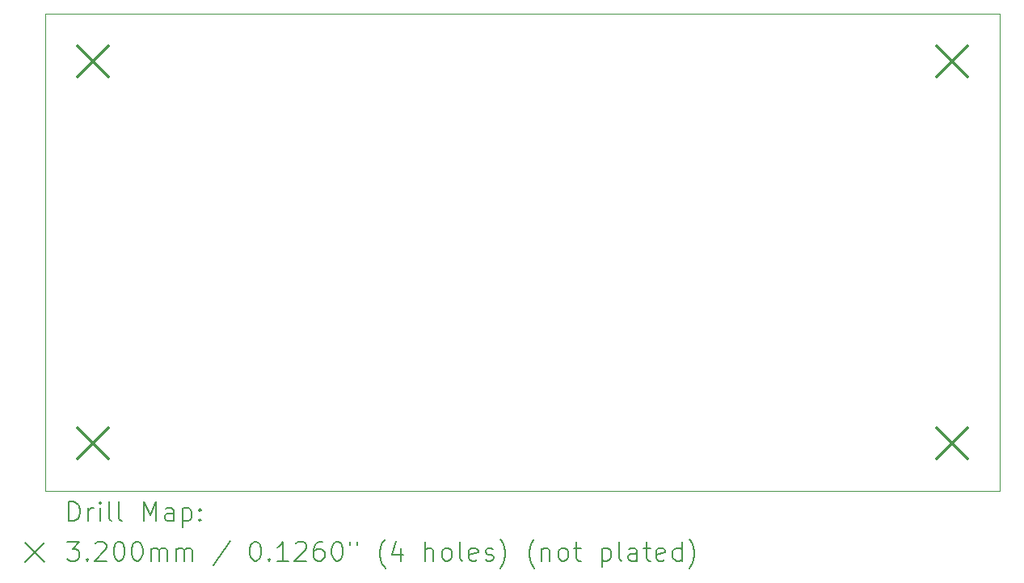
<source format=gbr>
%FSLAX45Y45*%
G04 Gerber Fmt 4.5, Leading zero omitted, Abs format (unit mm)*
G04 Created by KiCad (PCBNEW (6.0.0)) date 2022-01-21 17:22:49*
%MOMM*%
%LPD*%
G01*
G04 APERTURE LIST*
%TA.AperFunction,Profile*%
%ADD10C,0.100000*%
%TD*%
%ADD11C,0.200000*%
%ADD12C,0.320000*%
G04 APERTURE END LIST*
D10*
X20000000Y-15000000D02*
X10000000Y-15000000D01*
X10000000Y-15000000D02*
X10000000Y-10000000D01*
X10000000Y-10000000D02*
X20000000Y-10000000D01*
X20000000Y-10000000D02*
X20000000Y-15000000D01*
D11*
D12*
X10340000Y-10340000D02*
X10660000Y-10660000D01*
X10660000Y-10340000D02*
X10340000Y-10660000D01*
X10340000Y-14340000D02*
X10660000Y-14660000D01*
X10660000Y-14340000D02*
X10340000Y-14660000D01*
X19340000Y-10340000D02*
X19660000Y-10660000D01*
X19660000Y-10340000D02*
X19340000Y-10660000D01*
X19340000Y-14340000D02*
X19660000Y-14660000D01*
X19660000Y-14340000D02*
X19340000Y-14660000D01*
D11*
X10252619Y-15315476D02*
X10252619Y-15115476D01*
X10300238Y-15115476D01*
X10328810Y-15125000D01*
X10347857Y-15144048D01*
X10357381Y-15163095D01*
X10366905Y-15201190D01*
X10366905Y-15229762D01*
X10357381Y-15267857D01*
X10347857Y-15286905D01*
X10328810Y-15305952D01*
X10300238Y-15315476D01*
X10252619Y-15315476D01*
X10452619Y-15315476D02*
X10452619Y-15182143D01*
X10452619Y-15220238D02*
X10462143Y-15201190D01*
X10471667Y-15191667D01*
X10490714Y-15182143D01*
X10509762Y-15182143D01*
X10576429Y-15315476D02*
X10576429Y-15182143D01*
X10576429Y-15115476D02*
X10566905Y-15125000D01*
X10576429Y-15134524D01*
X10585952Y-15125000D01*
X10576429Y-15115476D01*
X10576429Y-15134524D01*
X10700238Y-15315476D02*
X10681190Y-15305952D01*
X10671667Y-15286905D01*
X10671667Y-15115476D01*
X10805000Y-15315476D02*
X10785952Y-15305952D01*
X10776429Y-15286905D01*
X10776429Y-15115476D01*
X11033571Y-15315476D02*
X11033571Y-15115476D01*
X11100238Y-15258333D01*
X11166905Y-15115476D01*
X11166905Y-15315476D01*
X11347857Y-15315476D02*
X11347857Y-15210714D01*
X11338333Y-15191667D01*
X11319286Y-15182143D01*
X11281190Y-15182143D01*
X11262143Y-15191667D01*
X11347857Y-15305952D02*
X11328809Y-15315476D01*
X11281190Y-15315476D01*
X11262143Y-15305952D01*
X11252619Y-15286905D01*
X11252619Y-15267857D01*
X11262143Y-15248809D01*
X11281190Y-15239286D01*
X11328809Y-15239286D01*
X11347857Y-15229762D01*
X11443095Y-15182143D02*
X11443095Y-15382143D01*
X11443095Y-15191667D02*
X11462143Y-15182143D01*
X11500238Y-15182143D01*
X11519286Y-15191667D01*
X11528809Y-15201190D01*
X11538333Y-15220238D01*
X11538333Y-15277381D01*
X11528809Y-15296428D01*
X11519286Y-15305952D01*
X11500238Y-15315476D01*
X11462143Y-15315476D01*
X11443095Y-15305952D01*
X11624048Y-15296428D02*
X11633571Y-15305952D01*
X11624048Y-15315476D01*
X11614524Y-15305952D01*
X11624048Y-15296428D01*
X11624048Y-15315476D01*
X11624048Y-15191667D02*
X11633571Y-15201190D01*
X11624048Y-15210714D01*
X11614524Y-15201190D01*
X11624048Y-15191667D01*
X11624048Y-15210714D01*
X9795000Y-15545000D02*
X9995000Y-15745000D01*
X9995000Y-15545000D02*
X9795000Y-15745000D01*
X10233571Y-15535476D02*
X10357381Y-15535476D01*
X10290714Y-15611667D01*
X10319286Y-15611667D01*
X10338333Y-15621190D01*
X10347857Y-15630714D01*
X10357381Y-15649762D01*
X10357381Y-15697381D01*
X10347857Y-15716428D01*
X10338333Y-15725952D01*
X10319286Y-15735476D01*
X10262143Y-15735476D01*
X10243095Y-15725952D01*
X10233571Y-15716428D01*
X10443095Y-15716428D02*
X10452619Y-15725952D01*
X10443095Y-15735476D01*
X10433571Y-15725952D01*
X10443095Y-15716428D01*
X10443095Y-15735476D01*
X10528810Y-15554524D02*
X10538333Y-15545000D01*
X10557381Y-15535476D01*
X10605000Y-15535476D01*
X10624048Y-15545000D01*
X10633571Y-15554524D01*
X10643095Y-15573571D01*
X10643095Y-15592619D01*
X10633571Y-15621190D01*
X10519286Y-15735476D01*
X10643095Y-15735476D01*
X10766905Y-15535476D02*
X10785952Y-15535476D01*
X10805000Y-15545000D01*
X10814524Y-15554524D01*
X10824048Y-15573571D01*
X10833571Y-15611667D01*
X10833571Y-15659286D01*
X10824048Y-15697381D01*
X10814524Y-15716428D01*
X10805000Y-15725952D01*
X10785952Y-15735476D01*
X10766905Y-15735476D01*
X10747857Y-15725952D01*
X10738333Y-15716428D01*
X10728810Y-15697381D01*
X10719286Y-15659286D01*
X10719286Y-15611667D01*
X10728810Y-15573571D01*
X10738333Y-15554524D01*
X10747857Y-15545000D01*
X10766905Y-15535476D01*
X10957381Y-15535476D02*
X10976429Y-15535476D01*
X10995476Y-15545000D01*
X11005000Y-15554524D01*
X11014524Y-15573571D01*
X11024048Y-15611667D01*
X11024048Y-15659286D01*
X11014524Y-15697381D01*
X11005000Y-15716428D01*
X10995476Y-15725952D01*
X10976429Y-15735476D01*
X10957381Y-15735476D01*
X10938333Y-15725952D01*
X10928810Y-15716428D01*
X10919286Y-15697381D01*
X10909762Y-15659286D01*
X10909762Y-15611667D01*
X10919286Y-15573571D01*
X10928810Y-15554524D01*
X10938333Y-15545000D01*
X10957381Y-15535476D01*
X11109762Y-15735476D02*
X11109762Y-15602143D01*
X11109762Y-15621190D02*
X11119286Y-15611667D01*
X11138333Y-15602143D01*
X11166905Y-15602143D01*
X11185952Y-15611667D01*
X11195476Y-15630714D01*
X11195476Y-15735476D01*
X11195476Y-15630714D02*
X11205000Y-15611667D01*
X11224048Y-15602143D01*
X11252619Y-15602143D01*
X11271667Y-15611667D01*
X11281190Y-15630714D01*
X11281190Y-15735476D01*
X11376428Y-15735476D02*
X11376428Y-15602143D01*
X11376428Y-15621190D02*
X11385952Y-15611667D01*
X11405000Y-15602143D01*
X11433571Y-15602143D01*
X11452619Y-15611667D01*
X11462143Y-15630714D01*
X11462143Y-15735476D01*
X11462143Y-15630714D02*
X11471667Y-15611667D01*
X11490714Y-15602143D01*
X11519286Y-15602143D01*
X11538333Y-15611667D01*
X11547857Y-15630714D01*
X11547857Y-15735476D01*
X11938333Y-15525952D02*
X11766905Y-15783095D01*
X12195476Y-15535476D02*
X12214524Y-15535476D01*
X12233571Y-15545000D01*
X12243095Y-15554524D01*
X12252619Y-15573571D01*
X12262143Y-15611667D01*
X12262143Y-15659286D01*
X12252619Y-15697381D01*
X12243095Y-15716428D01*
X12233571Y-15725952D01*
X12214524Y-15735476D01*
X12195476Y-15735476D01*
X12176428Y-15725952D01*
X12166905Y-15716428D01*
X12157381Y-15697381D01*
X12147857Y-15659286D01*
X12147857Y-15611667D01*
X12157381Y-15573571D01*
X12166905Y-15554524D01*
X12176428Y-15545000D01*
X12195476Y-15535476D01*
X12347857Y-15716428D02*
X12357381Y-15725952D01*
X12347857Y-15735476D01*
X12338333Y-15725952D01*
X12347857Y-15716428D01*
X12347857Y-15735476D01*
X12547857Y-15735476D02*
X12433571Y-15735476D01*
X12490714Y-15735476D02*
X12490714Y-15535476D01*
X12471667Y-15564048D01*
X12452619Y-15583095D01*
X12433571Y-15592619D01*
X12624048Y-15554524D02*
X12633571Y-15545000D01*
X12652619Y-15535476D01*
X12700238Y-15535476D01*
X12719286Y-15545000D01*
X12728809Y-15554524D01*
X12738333Y-15573571D01*
X12738333Y-15592619D01*
X12728809Y-15621190D01*
X12614524Y-15735476D01*
X12738333Y-15735476D01*
X12909762Y-15535476D02*
X12871667Y-15535476D01*
X12852619Y-15545000D01*
X12843095Y-15554524D01*
X12824048Y-15583095D01*
X12814524Y-15621190D01*
X12814524Y-15697381D01*
X12824048Y-15716428D01*
X12833571Y-15725952D01*
X12852619Y-15735476D01*
X12890714Y-15735476D01*
X12909762Y-15725952D01*
X12919286Y-15716428D01*
X12928809Y-15697381D01*
X12928809Y-15649762D01*
X12919286Y-15630714D01*
X12909762Y-15621190D01*
X12890714Y-15611667D01*
X12852619Y-15611667D01*
X12833571Y-15621190D01*
X12824048Y-15630714D01*
X12814524Y-15649762D01*
X13052619Y-15535476D02*
X13071667Y-15535476D01*
X13090714Y-15545000D01*
X13100238Y-15554524D01*
X13109762Y-15573571D01*
X13119286Y-15611667D01*
X13119286Y-15659286D01*
X13109762Y-15697381D01*
X13100238Y-15716428D01*
X13090714Y-15725952D01*
X13071667Y-15735476D01*
X13052619Y-15735476D01*
X13033571Y-15725952D01*
X13024048Y-15716428D01*
X13014524Y-15697381D01*
X13005000Y-15659286D01*
X13005000Y-15611667D01*
X13014524Y-15573571D01*
X13024048Y-15554524D01*
X13033571Y-15545000D01*
X13052619Y-15535476D01*
X13195476Y-15535476D02*
X13195476Y-15573571D01*
X13271667Y-15535476D02*
X13271667Y-15573571D01*
X13566905Y-15811667D02*
X13557381Y-15802143D01*
X13538333Y-15773571D01*
X13528809Y-15754524D01*
X13519286Y-15725952D01*
X13509762Y-15678333D01*
X13509762Y-15640238D01*
X13519286Y-15592619D01*
X13528809Y-15564048D01*
X13538333Y-15545000D01*
X13557381Y-15516428D01*
X13566905Y-15506905D01*
X13728809Y-15602143D02*
X13728809Y-15735476D01*
X13681190Y-15525952D02*
X13633571Y-15668809D01*
X13757381Y-15668809D01*
X13985952Y-15735476D02*
X13985952Y-15535476D01*
X14071667Y-15735476D02*
X14071667Y-15630714D01*
X14062143Y-15611667D01*
X14043095Y-15602143D01*
X14014524Y-15602143D01*
X13995476Y-15611667D01*
X13985952Y-15621190D01*
X14195476Y-15735476D02*
X14176428Y-15725952D01*
X14166905Y-15716428D01*
X14157381Y-15697381D01*
X14157381Y-15640238D01*
X14166905Y-15621190D01*
X14176428Y-15611667D01*
X14195476Y-15602143D01*
X14224048Y-15602143D01*
X14243095Y-15611667D01*
X14252619Y-15621190D01*
X14262143Y-15640238D01*
X14262143Y-15697381D01*
X14252619Y-15716428D01*
X14243095Y-15725952D01*
X14224048Y-15735476D01*
X14195476Y-15735476D01*
X14376428Y-15735476D02*
X14357381Y-15725952D01*
X14347857Y-15706905D01*
X14347857Y-15535476D01*
X14528809Y-15725952D02*
X14509762Y-15735476D01*
X14471667Y-15735476D01*
X14452619Y-15725952D01*
X14443095Y-15706905D01*
X14443095Y-15630714D01*
X14452619Y-15611667D01*
X14471667Y-15602143D01*
X14509762Y-15602143D01*
X14528809Y-15611667D01*
X14538333Y-15630714D01*
X14538333Y-15649762D01*
X14443095Y-15668809D01*
X14614524Y-15725952D02*
X14633571Y-15735476D01*
X14671667Y-15735476D01*
X14690714Y-15725952D01*
X14700238Y-15706905D01*
X14700238Y-15697381D01*
X14690714Y-15678333D01*
X14671667Y-15668809D01*
X14643095Y-15668809D01*
X14624048Y-15659286D01*
X14614524Y-15640238D01*
X14614524Y-15630714D01*
X14624048Y-15611667D01*
X14643095Y-15602143D01*
X14671667Y-15602143D01*
X14690714Y-15611667D01*
X14766905Y-15811667D02*
X14776428Y-15802143D01*
X14795476Y-15773571D01*
X14805000Y-15754524D01*
X14814524Y-15725952D01*
X14824048Y-15678333D01*
X14824048Y-15640238D01*
X14814524Y-15592619D01*
X14805000Y-15564048D01*
X14795476Y-15545000D01*
X14776428Y-15516428D01*
X14766905Y-15506905D01*
X15128809Y-15811667D02*
X15119286Y-15802143D01*
X15100238Y-15773571D01*
X15090714Y-15754524D01*
X15081190Y-15725952D01*
X15071667Y-15678333D01*
X15071667Y-15640238D01*
X15081190Y-15592619D01*
X15090714Y-15564048D01*
X15100238Y-15545000D01*
X15119286Y-15516428D01*
X15128809Y-15506905D01*
X15205000Y-15602143D02*
X15205000Y-15735476D01*
X15205000Y-15621190D02*
X15214524Y-15611667D01*
X15233571Y-15602143D01*
X15262143Y-15602143D01*
X15281190Y-15611667D01*
X15290714Y-15630714D01*
X15290714Y-15735476D01*
X15414524Y-15735476D02*
X15395476Y-15725952D01*
X15385952Y-15716428D01*
X15376428Y-15697381D01*
X15376428Y-15640238D01*
X15385952Y-15621190D01*
X15395476Y-15611667D01*
X15414524Y-15602143D01*
X15443095Y-15602143D01*
X15462143Y-15611667D01*
X15471667Y-15621190D01*
X15481190Y-15640238D01*
X15481190Y-15697381D01*
X15471667Y-15716428D01*
X15462143Y-15725952D01*
X15443095Y-15735476D01*
X15414524Y-15735476D01*
X15538333Y-15602143D02*
X15614524Y-15602143D01*
X15566905Y-15535476D02*
X15566905Y-15706905D01*
X15576428Y-15725952D01*
X15595476Y-15735476D01*
X15614524Y-15735476D01*
X15833571Y-15602143D02*
X15833571Y-15802143D01*
X15833571Y-15611667D02*
X15852619Y-15602143D01*
X15890714Y-15602143D01*
X15909762Y-15611667D01*
X15919286Y-15621190D01*
X15928809Y-15640238D01*
X15928809Y-15697381D01*
X15919286Y-15716428D01*
X15909762Y-15725952D01*
X15890714Y-15735476D01*
X15852619Y-15735476D01*
X15833571Y-15725952D01*
X16043095Y-15735476D02*
X16024048Y-15725952D01*
X16014524Y-15706905D01*
X16014524Y-15535476D01*
X16205000Y-15735476D02*
X16205000Y-15630714D01*
X16195476Y-15611667D01*
X16176428Y-15602143D01*
X16138333Y-15602143D01*
X16119286Y-15611667D01*
X16205000Y-15725952D02*
X16185952Y-15735476D01*
X16138333Y-15735476D01*
X16119286Y-15725952D01*
X16109762Y-15706905D01*
X16109762Y-15687857D01*
X16119286Y-15668809D01*
X16138333Y-15659286D01*
X16185952Y-15659286D01*
X16205000Y-15649762D01*
X16271667Y-15602143D02*
X16347857Y-15602143D01*
X16300238Y-15535476D02*
X16300238Y-15706905D01*
X16309762Y-15725952D01*
X16328809Y-15735476D01*
X16347857Y-15735476D01*
X16490714Y-15725952D02*
X16471667Y-15735476D01*
X16433571Y-15735476D01*
X16414524Y-15725952D01*
X16405000Y-15706905D01*
X16405000Y-15630714D01*
X16414524Y-15611667D01*
X16433571Y-15602143D01*
X16471667Y-15602143D01*
X16490714Y-15611667D01*
X16500238Y-15630714D01*
X16500238Y-15649762D01*
X16405000Y-15668809D01*
X16671667Y-15735476D02*
X16671667Y-15535476D01*
X16671667Y-15725952D02*
X16652619Y-15735476D01*
X16614524Y-15735476D01*
X16595476Y-15725952D01*
X16585952Y-15716428D01*
X16576428Y-15697381D01*
X16576428Y-15640238D01*
X16585952Y-15621190D01*
X16595476Y-15611667D01*
X16614524Y-15602143D01*
X16652619Y-15602143D01*
X16671667Y-15611667D01*
X16747857Y-15811667D02*
X16757381Y-15802143D01*
X16776428Y-15773571D01*
X16785952Y-15754524D01*
X16795476Y-15725952D01*
X16805000Y-15678333D01*
X16805000Y-15640238D01*
X16795476Y-15592619D01*
X16785952Y-15564048D01*
X16776428Y-15545000D01*
X16757381Y-15516428D01*
X16747857Y-15506905D01*
M02*

</source>
